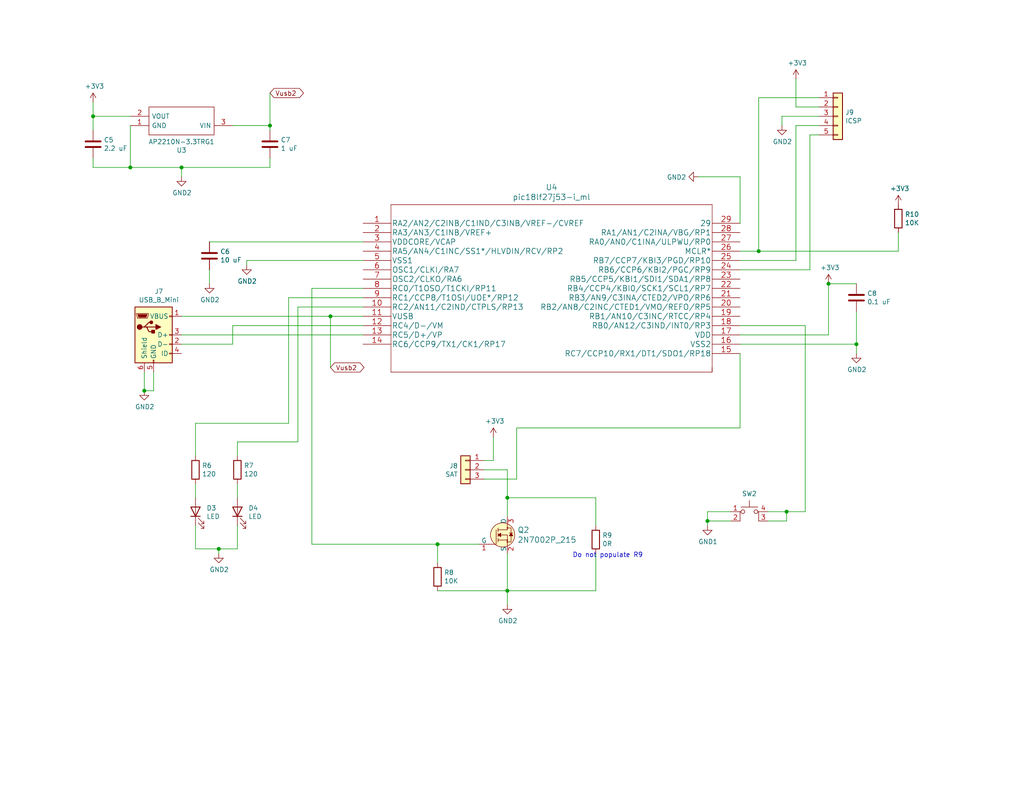
<source format=kicad_sch>
(kicad_sch (version 20211123) (generator eeschema)
  (paper "USLetter")
  (title_block (title "RCtoUSB QFN version") (rev "1.0") (company "Quantum Embedded Systems"))
  (lib_symbols
    (symbol "Connector:USB_B_Mini" (pin_names (offset 1.016))
      (property "Reference" "J" (at -5.08 11.43 0))
      (property "Value" "USB_B_Mini" (at -5.08 8.89 0))
      (symbol "USB_B_Mini_0_1"
        (rectangle (start -5.08 -7.62) (end 5.08 7.62) (stroke (width 0.254)) (fill (type background)))
        (circle (center -3.81 2.159) (radius 0.635) (stroke (width 0.254)) (fill (type outline)))
        (circle (center -0.635 3.429) (radius 0.381) (stroke (width 0.254)) (fill (type outline)))
        (rectangle (start -0.127 -7.62) (end 0.127 -6.858))
        (polyline (pts (xy -1.905 2.159) (xy 0.635 2.159)) (stroke (width 0.254)))
        (polyline (pts (xy -3.175 2.159) (xy -2.54 2.159) (xy -1.27 3.429) (xy -0.635 3.429)) (stroke (width 0.254)))
        (polyline (pts (xy -2.54 2.159) (xy -1.905 2.159) (xy -1.27 0.889) (xy 0 0.889)) (stroke (width 0.254)))
        (polyline (pts (xy 0.635 2.794) (xy 0.635 1.524) (xy 1.905 2.159) (xy 0.635 2.794)) (stroke (width 0.254)) (fill (type outline)))
        (polyline (pts (xy -4.318 5.588) (xy -1.778 5.588) (xy -2.032 4.826) (xy -4.064 4.826) (xy -4.318 5.588)) (fill (type outline)))
        (polyline (pts (xy -4.699 5.842) (xy -4.699 5.588) (xy -4.445 4.826) (xy -4.445 4.572) (xy -1.651 4.572) (xy -1.651 4.826) (xy -1.397 5.588) (xy -1.397 5.842) (xy -4.699 5.842)))
        (rectangle (start 0.254 1.27) (end -0.508 0.508) (stroke (width 0.254)) (fill (type outline)))
        (rectangle (start 5.08 -5.207) (end 4.318 -4.953))
        (rectangle (start 5.08 -2.667) (end 4.318 -2.413))
        (rectangle (start 5.08 -0.127) (end 4.318 0.127))
        (rectangle (start 5.08 4.953) (end 4.318 5.207))
      )
      (symbol "USB_B_Mini_1_1"
        (pin power_out line (at 7.62 5.08 180) (length 2.54) (name "VBUS") (number "1"))
        (pin bidirectional line (at 7.62 -2.54 180) (length 2.54) (name "D-") (number "2"))
        (pin bidirectional line (at 7.62 0 180) (length 2.54) (name "D+") (number "3"))
        (pin passive line (at 7.62 -5.08 180) (length 2.54) (name "ID") (number "4"))
        (pin power_out line (at 0 -10.16 90) (length 2.54) (name "GND") (number "5"))
        (pin passive line (at -2.54 -10.16 90) (length 2.54) (name "Shield") (number "6"))
      )
    )
    (symbol "Connector_Generic:Conn_01x03" (pin_names (offset 1.016) hide)
      (property "Reference" "J" (at 0 5.08 0))
      (property "Value" "Conn_01x03" (at 0 -5.08 0))
      (symbol "Conn_01x03_1_1"
        (rectangle (start -1.27 -2.413) (end 0 -2.667) (stroke (width 0.1524)))
        (rectangle (start -1.27 0.127) (end 0 -0.127) (stroke (width 0.1524)))
        (rectangle (start -1.27 2.667) (end 0 2.413) (stroke (width 0.1524)))
        (rectangle (start -1.27 3.81) (end 1.27 -3.81) (stroke (width 0.254)) (fill (type background)))
        (pin passive line (at -5.08 2.54 0) (length 3.81) (name "Pin_1") (number "1"))
        (pin passive line (at -5.08 0 0) (length 3.81) (name "Pin_2") (number "2"))
        (pin passive line (at -5.08 -2.54 0) (length 3.81) (name "Pin_3") (number "3"))
      )
    )
    (symbol "Connector_Generic:Conn_01x05" (pin_names (offset 1.016) hide)
      (property "Reference" "J" (at 0 7.62 0))
      (property "Value" "Conn_01x05" (at 0 -7.62 0))
      (symbol "Conn_01x05_1_1"
        (rectangle (start -1.27 -4.953) (end 0 -5.207) (stroke (width 0.1524)))
        (rectangle (start -1.27 -2.413) (end 0 -2.667) (stroke (width 0.1524)))
        (rectangle (start -1.27 0.127) (end 0 -0.127) (stroke (width 0.1524)))
        (rectangle (start -1.27 2.667) (end 0 2.413) (stroke (width 0.1524)))
        (rectangle (start -1.27 5.207) (end 0 4.953) (stroke (width 0.1524)))
        (rectangle (start -1.27 6.35) (end 1.27 -6.35) (stroke (width 0.254)) (fill (type background)))
        (pin passive line (at -5.08 5.08 0) (length 3.81) (name "Pin_1") (number "1"))
        (pin passive line (at -5.08 2.54 0) (length 3.81) (name "Pin_2") (number "2"))
        (pin passive line (at -5.08 0 0) (length 3.81) (name "Pin_3") (number "3"))
        (pin passive line (at -5.08 -2.54 0) (length 3.81) (name "Pin_4") (number "4"))
        (pin passive line (at -5.08 -5.08 0) (length 3.81) (name "Pin_5") (number "5"))
      )
    )
    (symbol "Device:C" (pin_numbers hide) (pin_names (offset 0.254))
      (property "Reference" "C" (at 0.635 2.54 0))
      (property "Value" "C" (at 0.635 -2.54 0))
      (symbol "C_0_1"
        (polyline (pts (xy -2.032 -0.762) (xy 2.032 -0.762)) (stroke (width 0.508)))
        (polyline (pts (xy -2.032 0.762) (xy 2.032 0.762)) (stroke (width 0.508)))
      )
      (symbol "C_1_1"
        (pin passive line (at 0 3.81 270) (length 2.794) (name "~") (number "1"))
        (pin passive line (at 0 -3.81 90) (length 2.794) (name "~") (number "2"))
      )
    )
    (symbol "Device:LED" (pin_numbers hide) (pin_names (offset 1.016) hide)
      (property "Reference" "D" (at 0 2.54 0))
      (property "Value" "LED" (at 0 -2.54 0))
      (symbol "LED_0_1"
        (polyline (pts (xy -1.27 -1.27) (xy -1.27 1.27)) (stroke (width 0.254)))
        (polyline (pts (xy -1.27 0) (xy 1.27 0)))
        (polyline (pts (xy 1.27 -1.27) (xy 1.27 1.27) (xy -1.27 0) (xy 1.27 -1.27)) (stroke (width 0.254)))
        (polyline (pts (xy -3.048 -0.762) (xy -4.572 -2.286) (xy -3.81 -2.286) (xy -4.572 -2.286) (xy -4.572 -1.524)))
        (polyline (pts (xy -1.778 -0.762) (xy -3.302 -2.286) (xy -2.54 -2.286) (xy -3.302 -2.286) (xy -3.302 -1.524)))
      )
      (symbol "LED_1_1"
        (pin passive line (at -3.81 0 0) (length 2.54) (name "K") (number "1"))
        (pin passive line (at 3.81 0 180) (length 2.54) (name "A") (number "2"))
      )
    )
    (symbol "Device:R" (pin_numbers hide) (pin_names (offset 0))
      (property "Reference" "R" (at 2.032 0 90))
      (property "Value" "R" (at 0 0 90))
      (symbol "R_0_1"
        (rectangle (start -1.016 -2.54) (end 1.016 2.54) (stroke (width 0.254)))
      )
      (symbol "R_1_1"
        (pin passive line (at 0 3.81 270) (length 1.27) (name "~") (number "1"))
        (pin passive line (at 0 -3.81 90) (length 1.27) (name "~") (number "2"))
      )
    )
    (symbol "PIC18F27J53-QFN:pic18lf27j53-i_ml" (pin_names (offset 0.254))
      (property "Reference" "U" (at 43.18 10.16 0))
      (property "Value" "pic18lf27j53-i_ml" (at 43.18 7.62 0))
      (symbol "pic18lf27j53-i_ml_0_1"
        (polyline (pts (xy 7.62 5.08) (xy 95.25 5.08)))
        (polyline (pts (xy 7.62 -40.64) (xy 95.25 -40.64) (xy 95.25 -39.37)))
      )
      (symbol "pic18lf27j53-i_ml_1_1"
        (polyline (pts (xy 7.62 5.08) (xy 7.62 -40.64)) (stroke (width 0.127)))
        (polyline (pts (xy 95.25 -40.64) (xy 95.25 5.08)) (stroke (width 0.127)))
        (pin bidirectional line (at 0 0 0) (length 7.62) (name "RA2/AN2/C2INB/C1IND/C3INB/VREF-/CVREF") (number "1"))
        (pin bidirectional line (at 0 -22.86 0) (length 7.62) (name "RC2/AN11/C2IND/CTPLS/RP13") (number "10"))
        (pin power_in line (at 0 -25.4 0) (length 7.62) (name "VUSB") (number "11"))
        (pin bidirectional line (at 0 -27.94 0) (length 7.62) (name "RC4/D-/VM") (number "12"))
        (pin bidirectional line (at 0 -30.48 0) (length 7.62) (name "RC5/D+/VP") (number "13"))
        (pin bidirectional line (at 0 -33.02 0) (length 7.62) (name "RC6/CCP9/TX1/CK1/RP17") (number "14"))
        (pin bidirectional line (at 102.87 -35.56 180) (length 7.62) (name "RC7/CCP10/RX1/DT1/SDO1/RP18") (number "15"))
        (pin power_in line (at 102.87 -33.02 180) (length 7.62) (name "VSS2") (number "16"))
        (pin power_in line (at 102.87 -30.48 180) (length 7.62) (name "VDD") (number "17"))
        (pin bidirectional line (at 102.87 -27.94 180) (length 7.62) (name "RB0/AN12/C3IND/INT0/RP3") (number "18"))
        (pin bidirectional line (at 102.87 -25.4 180) (length 7.62) (name "RB1/AN10/C3INC/RTCC/RP4") (number "19"))
        (pin bidirectional line (at 0 -2.54 0) (length 7.62) (name "RA3/AN3/C1INB/VREF+") (number "2"))
        (pin bidirectional line (at 102.87 -22.86 180) (length 7.62) (name "RB2/AN8/C2INC/CTED1/VMO/REFO/RP5") (number "20"))
        (pin bidirectional line (at 102.87 -20.32 180) (length 7.62) (name "RB3/AN9/C3INA/CTED2/VPO/RP6") (number "21"))
        (pin bidirectional line (at 102.87 -17.78 180) (length 7.62) (name "RB4/CCP4/KBI0/SCK1/SCL1/RP7") (number "22"))
        (pin bidirectional line (at 102.87 -15.24 180) (length 7.62) (name "RB5/CCP5/KBI1/SDI1/SDA1/RP8") (number "23"))
        (pin bidirectional line (at 102.87 -12.7 180) (length 7.62) (name "RB6/CCP6/KBI2/PGC/RP9") (number "24"))
        (pin bidirectional line (at 102.87 -10.16 180) (length 7.62) (name "RB7/CCP7/KBI3/PGD/RP10") (number "25"))
        (pin input line (at 102.87 -7.62 180) (length 7.62) (name "MCLR*") (number "26"))
        (pin bidirectional line (at 102.87 -5.08 180) (length 7.62) (name "RA0/AN0/C1INA/ULPWU/RP0") (number "27"))
        (pin bidirectional line (at 102.87 -2.54 180) (length 7.62) (name "RA1/AN1/C2INA/VBG/RP1") (number "28"))
        (pin unspecified line (at 102.87 0 180) (length 7.62) (name "29") (number "29"))
        (pin power_in line (at 0 -5.08 0) (length 7.62) (name "VDDCORE/VCAP") (number "3"))
        (pin bidirectional line (at 0 -7.62 0) (length 7.62) (name "RA5/AN4/C1INC/SS1*/HLVDIN/RCV/RP2") (number "4"))
        (pin power_in line (at 0 -10.16 0) (length 7.62) (name "VSS1") (number "5"))
        (pin bidirectional line (at 0 -12.7 0) (length 7.62) (name "OSC1/CLKI/RA7") (number "6"))
        (pin bidirectional line (at 0 -15.24 0) (length 7.62) (name "OSC2/CLKO/RA6") (number "7"))
        (pin bidirectional line (at 0 -17.78 0) (length 7.62) (name "RC0/T1OSO/T1CKI/RP11") (number "8"))
        (pin bidirectional line (at 0 -20.32 0) (length 7.62) (name "RC1/CCP8/T1OSI/UOE*/RP12") (number "9"))
      )
    )
    (symbol "SamacSys_Parts:AP2210N-3.3TRG1" (pin_names (offset 0.762))
      (property "Reference" "IC" (at 24.13 7.62 0))
      (property "Value" "AP2210N-3.3TRG1" (at 24.13 5.08 0))
      (symbol "AP2210N-3.3TRG1_0_0"
        (pin passive line (at 0 0 0) (length 5.08) (name "GND") (number "1"))
        (pin passive line (at 0 -2.54 0) (length 5.08) (name "VOUT") (number "2"))
        (pin passive line (at 27.94 0 180) (length 5.08) (name "VIN") (number "3"))
      )
      (symbol "AP2210N-3.3TRG1_0_1"
        (polyline (pts (xy 5.08 2.54) (xy 22.86 2.54) (xy 22.86 -5.08) (xy 5.08 -5.08) (xy 5.08 2.54)) (stroke (width 0.1524)))
      )
    )
    (symbol "Switch:SW_MEC_5E" (pin_names (offset 1.016) hide)
      (property "Reference" "SW" (at 0.635 5.715 0))
      (property "Value" "SW_MEC_5E" (at 0 -3.175 0))
      (symbol "SW_MEC_5E_0_1"
        (circle (center -1.778 2.54) (radius 0.508))
        (polyline (pts (xy -2.286 3.81) (xy 2.286 3.81)))
        (polyline (pts (xy 0 3.81) (xy 0 5.588)))
        (polyline (pts (xy -2.54 0) (xy -2.54 2.54) (xy -2.286 2.54)))
        (polyline (pts (xy 2.54 0) (xy 2.54 2.54) (xy 2.286 2.54)))
        (circle (center 1.778 2.54) (radius 0.508))
        (pin passive line (at -5.08 2.54 0) (length 2.54) (name "1") (number "1"))
        (pin passive line (at -5.08 0 0) (length 2.54) (name "2") (number "2"))
        (pin passive line (at 5.08 0 180) (length 2.54) (name "K") (number "3"))
        (pin passive line (at 5.08 2.54 180) (length 2.54) (name "A") (number "4"))
      )
    )
    (symbol "dk_Transistors-FETs-MOSFETs-Single:2N7002P_215" (pin_names (offset 0))
      (property "Reference" "Q" (at -2.6924 3.6322 0))
      (property "Value" "dk_Transistors-FETs-MOSFETs-Single_2N7002P_215" (at 3.4544 0 90))
      (symbol "2N7002P_215_0_1"
        (circle (center -1.27 0) (radius 3.302) (fill (type background)))
        (circle (center 0 -1.905) (radius 0.127))
        (circle (center 0 -1.397) (radius 0.127))
        (polyline (pts (xy 0 -1.397) (xy -2.54 -1.397)))
        (polyline (pts (xy -5.08 -2.54) (xy -3.048 -2.54) (xy -3.048 1.397)))
        (polyline (pts (xy 0 -2.54) (xy 0 0) (xy -2.54 0)))
        (polyline (pts (xy 0 2.54) (xy 0 1.397) (xy -2.54 1.397)))
        (polyline (pts (xy -0.127 -1.905) (xy 1.016 -1.905) (xy 1.016 1.397) (xy 1.016 1.905) (xy -0.127 1.905)))
        (circle (center 0 1.905) (radius 0.127))
      )
      (symbol "2N7002P_215_1_1"
        (polyline (pts (xy -2.54 -1.397) (xy -2.54 -1.905)))
        (polyline (pts (xy -2.54 -1.397) (xy -2.54 -0.889)))
        (polyline (pts (xy -2.54 0) (xy -2.54 -0.508)))
        (polyline (pts (xy -2.54 0) (xy -2.54 0.508)))
        (polyline (pts (xy -2.54 1.905) (xy -2.54 0.889)))
        (polyline (pts (xy 1.524 0.508) (xy 0.508 0.508)))
        (polyline (pts (xy -2.54 0) (xy -1.778 0.508) (xy -1.778 -0.508) (xy -2.54 0)) (fill (type outline)))
        (polyline (pts (xy 1.016 0.508) (xy 0.508 -0.254) (xy 1.524 -0.254) (xy 1.016 0.508)) (fill (type outline)))
        (pin bidirectional line (at -7.62 -2.54 0) (length 2.54) (name "G") (number "1"))
        (pin bidirectional line (at 0 -5.08 90) (length 2.54) (name "S") (number "2"))
        (pin bidirectional line (at 0 5.08 270) (length 2.54) (name "D") (number "3"))
      )
    )
    (symbol "power:+3V3" (power) (pin_names (offset 0))
      (property "Value" "+3V3" (at 0 3.556 0))
      (symbol "+3V3_0_1"
        (polyline (pts (xy -0.762 1.27) (xy 0 2.54)))
        (polyline (pts (xy 0 0) (xy 0 2.54)))
        (polyline (pts (xy 0 2.54) (xy 0.762 1.27)))
      )
      (symbol "+3V3_1_1"
        (pin power_in line (at 0 0 90) (length 0) hide (name "+3V3") (number "1"))
      )
    )
    (symbol "power:GND1" (power) (pin_names (offset 0))
      (property "Value" "GND1" (at 0 -3.81 0))
      (symbol "GND1_0_1"
        (polyline (pts (xy 0 0) (xy 0 -1.27) (xy 1.27 -1.27) (xy 0 -2.54) (xy -1.27 -1.27) (xy 0 -1.27)))
      )
      (symbol "GND1_1_1"
        (pin power_in line (at 0 0 270) (length 0) hide (name "GND1") (number "1"))
      )
    )
    (symbol "power:GND2" (power) (pin_names (offset 0))
      (property "Value" "GND2" (at 0 -3.81 0))
      (symbol "GND2_0_1"
        (polyline (pts (xy 0 0) (xy 0 -1.27) (xy 1.27 -1.27) (xy 0 -2.54) (xy -1.27 -1.27) (xy 0 -1.27)))
      )
      (symbol "GND2_1_1"
        (pin power_in line (at 0 0 270) (length 0) hide (name "GND2") (number "1"))
      )
    )
  )
  (junction (at 233.68 93.98))
  (junction (at 73.66 34.29))
  (junction (at 207.01 68.58))
  (junction (at 138.43 161.29))
  (junction (at 25.4 31.75))
  (junction (at 193.04 142.24))
  (junction (at 226.06 77.47))
  (junction (at 138.43 135.89))
  (junction (at 35.56 45.72))
  (junction (at 39.37 106.68))
  (junction (at 49.53 45.72))
  (junction (at 90.17 86.36))
  (junction (at 119.38 148.59))
  (junction (at 59.69 149.86))
  (junction (at 214.63 139.7))
  (wire (pts (xy 85.09 148.59) (xy 119.38 148.59)))
  (wire (pts (xy 245.11 63.5) (xy 245.11 68.58)))
  (wire (pts (xy 81.28 83.82) (xy 99.06 83.82)))
  (wire (pts (xy 217.17 34.29) (xy 223.52 34.29)))
  (wire (pts (xy 209.55 139.7) (xy 214.63 139.7)))
  (wire (pts (xy 193.04 139.7) (xy 193.04 142.24)))
  (wire (pts (xy 213.36 31.75) (xy 213.36 34.29)))
  (wire (pts (xy 39.37 101.6) (xy 39.37 106.68)))
  (wire (pts (xy 81.28 120.65) (xy 81.28 83.82)))
  (wire (pts (xy 25.4 31.75) (xy 25.4 35.56)))
  (wire (pts (xy 162.56 143.51) (xy 162.56 135.89)))
  (wire (pts (xy 132.08 125.73) (xy 134.62 125.73)))
  (wire (pts (xy 85.09 78.74) (xy 99.06 78.74)))
  (wire (pts (xy 199.39 142.24) (xy 193.04 142.24)))
  (wire (pts (xy 220.98 73.66) (xy 220.98 36.83)))
  (wire (pts (xy 201.93 48.26) (xy 190.5 48.26)))
  (wire (pts (xy 223.52 29.21) (xy 217.17 29.21)))
  (wire (pts (xy 223.52 26.67) (xy 207.01 26.67)))
  (wire (pts (xy 64.77 149.86) (xy 59.69 149.86)))
  (wire (pts (xy 41.91 101.6) (xy 41.91 106.68)))
  (wire (pts (xy 73.66 43.18) (xy 73.66 45.72)))
  (wire (pts (xy 53.34 132.08) (xy 53.34 135.89)))
  (wire (pts (xy 49.53 86.36) (xy 90.17 86.36)))
  (wire (pts (xy 223.52 31.75) (xy 213.36 31.75)))
  (wire (pts (xy 201.93 60.96) (xy 201.93 48.26)))
  (wire (pts (xy 59.69 149.86) (xy 59.69 151.13)))
  (wire (pts (xy 53.34 149.86) (xy 59.69 149.86)))
  (wire (pts (xy 67.31 71.12) (xy 99.06 71.12)))
  (wire (pts (xy 217.17 71.12) (xy 217.17 34.29)))
  (wire (pts (xy 201.93 73.66) (xy 220.98 73.66)))
  (wire (pts (xy 233.68 77.47) (xy 226.06 77.47)))
  (wire (pts (xy 140.97 130.81) (xy 132.08 130.81)))
  (wire (pts (xy 25.4 27.94) (xy 25.4 31.75)))
  (wire (pts (xy 53.34 115.57) (xy 53.34 124.46)))
  (wire (pts (xy 41.91 106.68) (xy 39.37 106.68)))
  (wire (pts (xy 64.77 120.65) (xy 64.77 124.46)))
  (wire (pts (xy 138.43 161.29) (xy 138.43 165.1)))
  (wire (pts (xy 214.63 139.7) (xy 219.71 139.7)))
  (wire (pts (xy 226.06 77.47) (xy 226.06 91.44)))
  (wire (pts (xy 193.04 142.24) (xy 193.04 143.51)))
  (wire (pts (xy 35.56 45.72) (xy 49.53 45.72)))
  (wire (pts (xy 138.43 128.27) (xy 138.43 135.89)))
  (wire (pts (xy 67.31 71.12) (xy 67.31 72.39)))
  (wire (pts (xy 201.93 116.84) (xy 201.93 96.52)))
  (wire (pts (xy 162.56 135.89) (xy 138.43 135.89)))
  (wire (pts (xy 119.38 148.59) (xy 130.81 148.59)))
  (wire (pts (xy 119.38 153.67) (xy 119.38 148.59)))
  (wire (pts (xy 134.62 125.73) (xy 134.62 119.38)))
  (wire (pts (xy 233.68 85.09) (xy 233.68 93.98)))
  (wire (pts (xy 207.01 68.58) (xy 245.11 68.58)))
  (wire (pts (xy 25.4 45.72) (xy 35.56 45.72)))
  (wire (pts (xy 140.97 116.84) (xy 140.97 130.81)))
  (wire (pts (xy 57.15 66.04) (xy 99.06 66.04)))
  (wire (pts (xy 138.43 135.89) (xy 138.43 140.97)))
  (wire (pts (xy 90.17 86.36) (xy 99.06 86.36)))
  (wire (pts (xy 64.77 143.51) (xy 64.77 149.86)))
  (wire (pts (xy 214.63 142.24) (xy 214.63 139.7)))
  (wire (pts (xy 35.56 34.29) (xy 35.56 45.72)))
  (wire (pts (xy 63.5 88.9) (xy 99.06 88.9)))
  (wire (pts (xy 219.71 88.9) (xy 219.71 139.7)))
  (wire (pts (xy 85.09 78.74) (xy 85.09 148.59)))
  (wire (pts (xy 78.74 81.28) (xy 99.06 81.28)))
  (wire (pts (xy 201.93 93.98) (xy 233.68 93.98)))
  (wire (pts (xy 201.93 68.58) (xy 207.01 68.58)))
  (wire (pts (xy 162.56 151.13) (xy 162.56 161.29)))
  (wire (pts (xy 199.39 139.7) (xy 193.04 139.7)))
  (wire (pts (xy 119.38 161.29) (xy 138.43 161.29)))
  (wire (pts (xy 78.74 115.57) (xy 53.34 115.57)))
  (wire (pts (xy 140.97 116.84) (xy 201.93 116.84)))
  (wire (pts (xy 64.77 132.08) (xy 64.77 135.89)))
  (wire (pts (xy 220.98 36.83) (xy 223.52 36.83)))
  (wire (pts (xy 217.17 29.21) (xy 217.17 21.59)))
  (wire (pts (xy 49.53 45.72) (xy 49.53 48.26)))
  (wire (pts (xy 201.93 91.44) (xy 226.06 91.44)))
  (wire (pts (xy 162.56 161.29) (xy 138.43 161.29)))
  (wire (pts (xy 73.66 34.29) (xy 73.66 25.4)))
  (wire (pts (xy 63.5 93.98) (xy 63.5 88.9)))
  (wire (pts (xy 35.56 31.75) (xy 25.4 31.75)))
  (wire (pts (xy 207.01 26.67) (xy 207.01 68.58)))
  (wire (pts (xy 78.74 81.28) (xy 78.74 115.57)))
  (wire (pts (xy 49.53 91.44) (xy 99.06 91.44)))
  (wire (pts (xy 201.93 71.12) (xy 217.17 71.12)))
  (wire (pts (xy 81.28 120.65) (xy 64.77 120.65)))
  (wire (pts (xy 209.55 142.24) (xy 214.63 142.24)))
  (wire (pts (xy 73.66 35.56) (xy 73.66 34.29)))
  (wire (pts (xy 57.15 73.66) (xy 57.15 77.47)))
  (wire (pts (xy 201.93 88.9) (xy 219.71 88.9)))
  (wire (pts (xy 138.43 151.13) (xy 138.43 161.29)))
  (wire (pts (xy 132.08 128.27) (xy 138.43 128.27)))
  (wire (pts (xy 233.68 93.98) (xy 233.68 96.52)))
  (wire (pts (xy 53.34 143.51) (xy 53.34 149.86)))
  (wire (pts (xy 63.5 34.29) (xy 73.66 34.29)))
  (wire (pts (xy 73.66 45.72) (xy 49.53 45.72)))
  (wire (pts (xy 49.53 93.98) (xy 63.5 93.98)))
  (wire (pts (xy 25.4 43.18) (xy 25.4 45.72)))
  (wire (pts (xy 90.17 100.33) (xy 90.17 86.36)))
  (text "Do not populate R9" (at 156.21 152.4 0) (effects (font (size 1.27 1.27)) (justify left bottom)))
  (global_label "Vusb2" (shape bidirectional) (at 73.66 25.4 0) (property "Intersheet References" "${INTERSHEET_REFS}" (effects hide)))
  (global_label "Vusb2" (shape bidirectional) (at 90.17 100.33 0) (property "Intersheet References" "${INTERSHEET_REFS}" (effects hide)))
  (symbol (lib_id "Device:C") (at 25.4 39.37 0)
    (property "Reference" "C5" (at 28.321 38.2016 0) (effects (justify left)))
    (property "Value" "2.2 uF" (at 28.321 40.513 0) (effects (justify left)))
    (property "Footprint" "Capacitor_SMD:C_0603_1608Metric" (effects hide))
  )
  (symbol (lib_id "Device:C") (at 73.66 39.37 0)
    (property "Reference" "C7" (at 76.581 38.2016 0) (effects (justify left)))
    (property "Value" "1 uF" (at 76.581 40.513 0) (effects (justify left)))
    (property "Footprint" "Capacitor_SMD:C_0603_1608Metric" (effects hide))
  )
  (symbol (lib_id "SamacSys_Parts:AP2210N-3.3TRG1") (at 35.56 34.29 0) (mirror x)
    (property "Reference" "U3" (at 49.53 41.021 0))
    (property "Value" "AP2210N-3.3TRG1" (at 49.53 38.7096 0))
    (property "Footprint" "SamacSys_Parts:SOT95P280X145-3N" (effects hide))
    (property "Description" "DiodesZetex AP2210N-3.3TRG1, Low Noise LDO Voltage Regulator, 300mA, 3.3 V +/-2%, 2.5  13.2 Vin, 3-Pin SOT-23" (effects hide))
    (property "Height" "1.45" (effects hide))
    (property "Mouser Part Number" "621-AP2210N-3.3TRG1" (effects hide))
    (property "Mouser Price/Stock" "https://www.mouser.co.uk/ProductDetail/Diodes-Incorporated/AP2210N-33TRG1?qs=x6A8l6qLYDCg5Ghihwjj3A%3D%3D" (effects hide))
    (property "Manufacturer_Name" "Diodes Inc." (effects hide))
    (property "Manufacturer_Part_Number" "AP2210N-3.3TRG1" (effects hide))
  )
  (symbol (lib_id "Device:R") (at 53.34 128.27 0)
    (property "Reference" "R6" (at 55.118 127.1016 0) (effects (justify left)))
    (property "Value" "120" (at 55.118 129.413 0) (effects (justify left)))
    (property "Footprint" "Resistor_SMD:R_0603_1608Metric" (effects hide))
  )
  (symbol (lib_id "Device:R") (at 64.77 128.27 0)
    (property "Reference" "R7" (at 66.548 127.1016 0) (effects (justify left)))
    (property "Value" "120" (at 66.548 129.413 0) (effects (justify left)))
    (property "Footprint" "Resistor_SMD:R_0603_1608Metric" (effects hide))
  )
  (symbol (lib_id "Connector_Generic:Conn_01x05") (at 228.6 31.75 0)
    (property "Reference" "J9" (at 230.632 30.6832 0) (effects (justify left)))
    (property "Value" "ICSP" (at 230.632 32.9946 0) (effects (justify left)))
    (property "Footprint" "Connector_PinHeader_2.54mm:PinHeader_1x05_P2.54mm_Vertical" (effects hide))
  )
  (symbol (lib_id "Connector_Generic:Conn_01x03") (at 127 128.27 0) (mirror y)
    (property "Reference" "J8" (at 124.968 127.2032 0) (effects (justify left)))
    (property "Value" "SAT" (at 124.968 129.5146 0) (effects (justify left)))
    (property "Footprint" "JST-withZH:JST_ZH_B3B-ZR_1x03_P1.50mm_Vertical" (effects hide))
  )
  (symbol (lib_id "Device:R") (at 245.11 59.69 0)
    (property "Reference" "R10" (at 246.888 58.5216 0) (effects (justify left)))
    (property "Value" "10K" (at 246.888 60.833 0) (effects (justify left)))
    (property "Footprint" "Resistor_SMD:R_0603_1608Metric" (effects hide))
  )
  (symbol (lib_id "Device:C") (at 57.15 69.85 0)
    (property "Reference" "C6" (at 60.071 68.6816 0) (effects (justify left)))
    (property "Value" "10 uF" (at 60.071 70.993 0) (effects (justify left)))
    (property "Footprint" "Capacitor_SMD:C_0603_1608Metric" (effects hide))
  )
  (symbol (lib_id "dk_Transistors-FETs-MOSFETs-Single:2N7002P_215") (at 138.43 146.05 0)
    (property "Reference" "Q2" (at 141.1732 144.7038 0) (effects (font (size 1.524 1.524)) (justify left)))
    (property "Value" "2N7002P_215" (at 141.1732 147.3962 0) (effects (font (size 1.524 1.524)) (justify left)))
    (property "Footprint" "digikey-footprints:SOT-23-3" (effects hide))
    (property "Datasheet" "https://assets.nexperia.com/documents/data-sheet/2N7002P.pdf" (effects hide))
    (property "Digi-Key_PN" "1727-4692-1-ND" (effects hide))
    (property "MPN" "2N7002P,215" (effects hide))
    (property "Category" "Discrete Semiconductor Products" (effects hide))
    (property "Family" "Transistors - FETs, MOSFETs - Single" (effects hide))
    (property "DK_Datasheet_Link" "https://assets.nexperia.com/documents/data-sheet/2N7002P.pdf" (effects hide))
    (property "DK_Detail_Page" "/product-detail/en/nexperia-usa-inc/2N7002P,215/1727-4692-1-ND/2531105" (effects hide))
    (property "Description" "MOSFET N-CH 60V 0.36A SOT-23" (effects hide))
    (property "Manufacturer" "Nexperia USA Inc." (effects hide))
    (property "Status" "Active" (effects hide))
  )
  (symbol (lib_id "Connector:USB_B_Mini") (at 41.91 91.44 0)
    (property "Reference" "J7" (at 43.3578 79.5782 0))
    (property "Value" "USB_B_Mini" (at 43.3578 81.8896 0))
    (property "Footprint" "Connector_USB:USB_Mini-B_Wuerth_65100516121_Horizontal" (effects hide))
  )
  (symbol (lib_id "Device:C") (at 233.68 81.28 0)
    (property "Reference" "C8" (at 236.601 80.1116 0) (effects (justify left)))
    (property "Value" "0.1 uF" (at 236.601 82.423 0) (effects (justify left)))
    (property "Footprint" "Capacitor_SMD:C_0603_1608Metric" (effects hide))
  )
  (symbol (lib_id "Device:R") (at 119.38 157.48 0)
    (property "Reference" "R8" (at 121.158 156.3116 0) (effects (justify left)))
    (property "Value" "10K" (at 121.158 158.623 0) (effects (justify left)))
    (property "Footprint" "Resistor_SMD:R_0603_1608Metric" (effects hide))
  )
  (symbol (lib_id "Device:LED") (at 53.34 139.7 90)
    (property "Reference" "D3" (at 56.3372 138.7094 90) (effects (justify right)))
    (property "Value" "LED" (at 56.3372 141.0208 90) (effects (justify right)))
    (property "Footprint" "LED_SMD:LED_0603_1608Metric" (effects hide))
  )
  (symbol (lib_id "Device:LED") (at 64.77 139.7 90)
    (property "Reference" "D4" (at 67.7672 138.7094 90) (effects (justify right)))
    (property "Value" "LED" (at 67.7672 141.0208 90) (effects (justify right)))
    (property "Footprint" "LED_SMD:LED_0603_1608Metric" (effects hide))
  )
  (symbol (lib_id "Device:R") (at 162.56 147.32 0)
    (property "Reference" "R9" (at 164.338 146.1516 0) (effects (justify left)))
    (property "Value" "0R" (at 164.338 148.463 0) (effects (justify left)))
    (property "Footprint" "Resistor_SMD:R_0603_1608Metric" (effects hide))
  )
  (symbol (lib_id "power:GND2") (at 49.53 48.26 0) (unit 1)
    (property "Reference" "#PWR019" (effects hide))
    (property "Value" "GND2" (at 49.657 52.6542 0))
  )
  (symbol (lib_id "power:GND2") (at 57.15 77.47 0) (unit 1)
    (property "Reference" "#PWR020" (effects hide))
    (property "Value" "GND2" (at 57.277 81.8642 0))
  )
  (symbol (lib_id "power:GND2") (at 67.31 72.39 0) (unit 1)
    (property "Reference" "#PWR022" (effects hide))
    (property "Value" "GND2" (at 67.437 76.7842 0))
  )
  (symbol (lib_id "power:GND2") (at 59.69 151.13 0) (unit 1)
    (property "Reference" "#PWR021" (effects hide))
    (property "Value" "GND2" (at 59.817 155.5242 0))
  )
  (symbol (lib_id "power:GND2") (at 138.43 165.1 0) (unit 1)
    (property "Reference" "#PWR024" (effects hide))
    (property "Value" "GND2" (at 138.557 169.4942 0))
  )
  (symbol (lib_id "power:GND2") (at 39.37 106.68 0) (unit 1)
    (property "Reference" "#PWR018" (effects hide))
    (property "Value" "GND2" (at 39.497 111.0742 0))
  )
  (symbol (lib_id "power:GND2") (at 233.68 96.52 0) (unit 1)
    (property "Reference" "#PWR030" (effects hide))
    (property "Value" "GND2" (at 233.807 100.9142 0))
  )
  (symbol (lib_id "power:GND2") (at 213.36 34.29 0) (unit 1)
    (property "Reference" "#PWR027" (effects hide))
    (property "Value" "GND2" (at 213.487 38.6842 0))
  )
  (symbol (lib_id "power:+3V3") (at 217.17 21.59 0) (unit 1)
    (property "Reference" "#PWR028" (effects hide))
    (property "Value" "+3V3" (at 217.551 17.1958 0))
  )
  (symbol (lib_id "power:+3V3") (at 226.06 77.47 0) (unit 1)
    (property "Reference" "#PWR029" (effects hide))
    (property "Value" "+3V3" (at 226.441 73.0758 0))
  )
  (symbol (lib_id "power:+3V3") (at 134.62 119.38 0) (unit 1)
    (property "Reference" "#PWR023" (effects hide))
    (property "Value" "+3V3" (at 135.001 114.9858 0))
  )
  (symbol (lib_id "power:+3V3") (at 25.4 27.94 0) (unit 1)
    (property "Reference" "#PWR017" (effects hide))
    (property "Value" "+3V3" (at 25.781 23.5458 0))
  )
  (symbol (lib_id "power:+3V3") (at 245.11 55.88 0) (unit 1)
    (property "Reference" "#PWR031" (effects hide))
    (property "Value" "+3V3" (at 245.491 51.4858 0))
  )
  (symbol (lib_id "PIC18F27J53-QFN:pic18lf27j53-i_ml") (at 99.06 60.96 0) (unit 1)
    (property "Reference" "U4" (at 150.495 51.1302 0) (effects (font (size 1.524 1.524))))
    (property "Value" "pic18lf27j53-i_ml" (at 150.495 53.8226 0) (effects (font (size 1.524 1.524))))
    (property "Footprint" "PIC18-QFN:pic18lf27j53-i&slash_ml" (effects hide))
  )
  (symbol (lib_id "power:GND2") (at 190.5 48.26 270) (unit 1)
    (property "Reference" "#PWR025" (effects hide))
    (property "Value" "GND2" (at 187.2488 48.387 90) (effects (justify right)))
  )
  (symbol (lib_id "power:GND1") (at 193.04 143.51 0) (unit 1)
    (property "Reference" "#PWR?" (effects hide))
    (property "Value" "GND1" (at 193.167 147.9042 0))
  )
  (symbol (lib_id "Switch:SW_MEC_5E") (at 204.47 142.24 0)
    (property "Reference" "SW2" (at 204.47 134.7978 0))
    (property "Value" "SW_MEC_5E" (effects hide))
    (property "Footprint" "SamacSys_Parts:FSM16JH" (effects hide))
    (property "Datasheet" "http://www.apem.com/int/index.php?controller=attachment&id_attachment=1371" (effects hide))
  )
)
</source>
